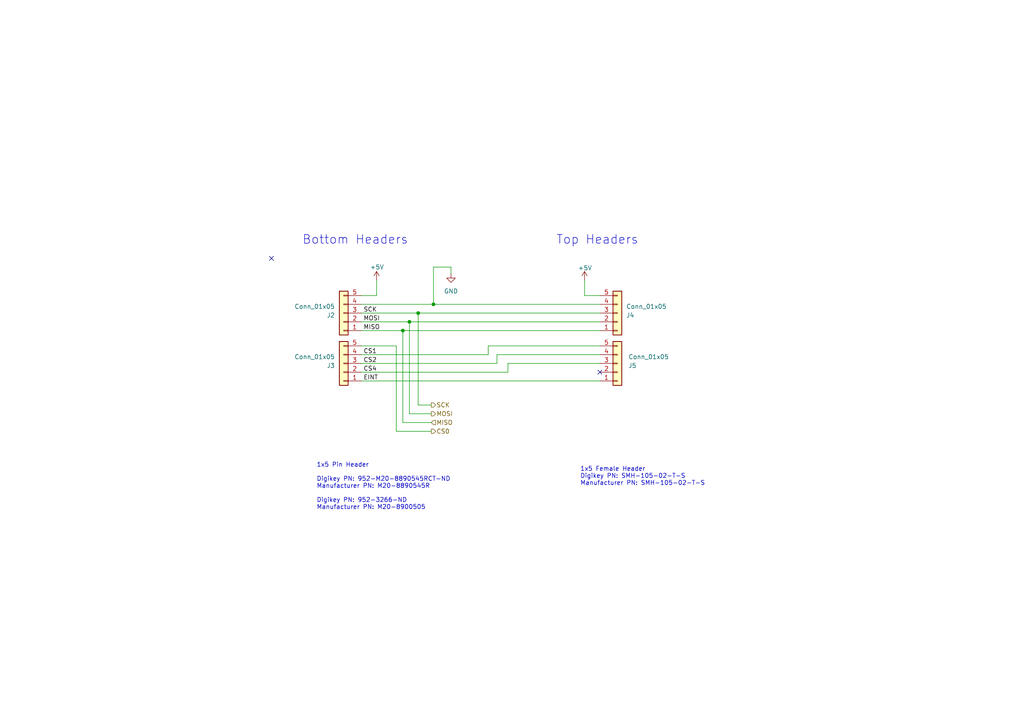
<source format=kicad_sch>
(kicad_sch (version 20250114) (generator "eeschema") (generator_version "9.0")
  (paper "A4")
  (lib_symbols
    (symbol "Connector_Generic:Conn_01x05" (pin_names (offset 1.016) (hide yes))
      (property "Reference" "J" (at 0 7.62 0))
      (property "Value" "Conn_01x05" (at 0 -7.62 0))
      (symbol "Conn_01x05_1_1"
        (rectangle (start -1.27 6.35) (end 1.27 -6.35) (stroke (width 0.254)) (fill (type background)))
        (rectangle (start -1.27 5.207) (end 0 4.953) (stroke (width 0.1524)))
        (rectangle (start -1.27 2.667) (end 0 2.413) (stroke (width 0.1524)))
        (rectangle (start -1.27 0.127) (end 0 -0.127) (stroke (width 0.1524)))
        (rectangle (start -1.27 -2.413) (end 0 -2.667) (stroke (width 0.1524)))
        (rectangle (start -1.27 -4.953) (end 0 -5.207) (stroke (width 0.1524)))
        (pin passive line (at -5.08 5.08 0) (length 3.81) (name "Pin_1") (number "1"))
        (pin passive line (at -5.08 2.54 0) (length 3.81) (name "Pin_2") (number "2"))
        (pin passive line (at -5.08 0 0) (length 3.81) (name "Pin_3") (number "3"))
        (pin passive line (at -5.08 -2.54 0) (length 3.81) (name "Pin_4") (number "4"))
        (pin passive line (at -5.08 -5.08 0) (length 3.81) (name "Pin_5") (number "5"))
      )
    )
    (symbol "power:+5V" (power) (pin_names (offset 0))
      (property "Value" "+5V" (at 0 3.556 0))
      (symbol "+5V_0_1"
        (polyline (pts (xy -0.762 1.27) (xy 0 2.54)))
        (polyline (pts (xy 0 2.54) (xy 0.762 1.27)))
        (polyline (pts (xy 0 0) (xy 0 2.54)))
      )
      (symbol "+5V_1_1"
        (pin power_in line (at 0 0 90) (length 0) (hide yes) (name "+5V") (number "1"))
      )
    )
    (symbol "power:GND" (power) (pin_names (offset 0))
      (property "Value" "GND" (at 0 -3.81 0))
      (symbol "GND_0_1"
        (polyline (pts (xy 0 0) (xy 0 -1.27) (xy 1.27 -1.27) (xy 0 -2.54) (xy -1.27 -1.27) (xy 0 -1.27)))
      )
      (symbol "GND_1_1"
        (pin power_in line (at 0 0 270) (length 0) (hide yes) (name "GND") (number "1"))
      )
    )
  )
  (text "1x5 Pin Header\n\nDigikey PN: 952-M20-8890545RCT-ND\nManufacturer PN: M20-8890545R\n\nDigikey PN: 952-3266-ND\nManufacturer PN: M20-8900505" (at 91.821 147.955 0) (effects (font (size 1.27 1.27)) (justify left bottom)))
  (text "Top Headers" (at 161.29 71.12 0) (effects (font (size 2.54 2.54)) (justify left bottom)))
  (text "1x5 Female Header\nDigikey PN: SMH-105-02-T-S\nManufacturer PN: SMH-105-02-T-S" (at 168.275 140.97 0) (effects (font (size 1.27 1.27)) (justify left bottom)))
  (text "Bottom Headers" (at 87.63 71.12 0) (effects (font (size 2.54 2.54)) (justify left bottom)))
  (junction (at 116.84 95.885))
  (junction (at 121.285 90.805))
  (junction (at 125.73 88.265))
  (junction (at 118.745 93.345))
  (no_connect (at 78.74 74.93))
  (no_connect (at 173.99 107.95))
  (wire (pts (xy 114.935 100.33) (xy 104.775 100.33)))
  (wire (pts (xy 125.095 125.095) (xy 114.935 125.095)))
  (wire (pts (xy 104.775 110.49) (xy 173.99 110.49)))
  (wire (pts (xy 121.285 90.805) (xy 121.285 117.475)))
  (wire (pts (xy 125.73 77.47) (xy 130.81 77.47)))
  (wire (pts (xy 125.73 88.265) (xy 125.73 77.47)))
  (wire (pts (xy 173.99 85.725) (xy 169.545 85.725)))
  (wire (pts (xy 141.605 102.87) (xy 141.605 100.33)))
  (wire (pts (xy 116.84 95.885) (xy 116.84 122.555)))
  (wire (pts (xy 116.84 95.885) (xy 173.99 95.885)))
  (wire (pts (xy 144.145 102.87) (xy 173.99 102.87)))
  (wire (pts (xy 121.285 90.805) (xy 173.99 90.805)))
  (wire (pts (xy 118.745 120.015) (xy 125.095 120.015)))
  (wire (pts (xy 125.73 88.265) (xy 173.99 88.265)))
  (wire (pts (xy 104.775 90.805) (xy 121.285 90.805)))
  (wire (pts (xy 104.775 85.725) (xy 109.22 85.725)))
  (wire (pts (xy 130.81 77.47) (xy 130.81 79.375)))
  (wire (pts (xy 118.745 93.345) (xy 173.99 93.345)))
  (wire (pts (xy 116.84 122.555) (xy 125.095 122.555)))
  (wire (pts (xy 104.775 93.345) (xy 118.745 93.345)))
  (wire (pts (xy 141.605 100.33) (xy 173.99 100.33)))
  (wire (pts (xy 104.775 105.41) (xy 144.145 105.41)))
  (wire (pts (xy 147.32 107.95) (xy 147.32 105.41)))
  (wire (pts (xy 144.145 105.41) (xy 144.145 102.87)))
  (wire (pts (xy 114.935 125.095) (xy 114.935 100.33)))
  (wire (pts (xy 147.32 105.41) (xy 173.99 105.41)))
  (wire (pts (xy 104.775 107.95) (xy 147.32 107.95)))
  (wire (pts (xy 169.545 81.28) (xy 169.545 85.725)))
  (wire (pts (xy 104.775 88.265) (xy 125.73 88.265)))
  (wire (pts (xy 104.775 102.87) (xy 141.605 102.87)))
  (wire (pts (xy 121.285 117.475) (xy 125.095 117.475)))
  (wire (pts (xy 109.22 81.28) (xy 109.22 85.725)))
  (wire (pts (xy 104.775 95.885) (xy 116.84 95.885)))
  (wire (pts (xy 118.745 93.345) (xy 118.745 120.015)))
  (label "CS1" (at 105.41 102.87 0))
  (label "MOSI" (at 105.41 93.345 0))
  (label "SCK" (at 105.41 90.805 0))
  (label "CS2" (at 105.41 105.41 0))
  (label "EINT" (at 105.41 110.49 0))
  (label "MISO" (at 105.41 95.885 0))
  (label "CS4" (at 105.41 107.95 0))
  (hierarchical_label "CS0" (shape output) (at 125.095 125.095 0))
  (hierarchical_label "MOSI" (shape output) (at 125.095 120.015 0))
  (hierarchical_label "SCK" (shape output) (at 125.095 117.475 0))
  (hierarchical_label "MISO" (shape input) (at 125.095 122.555 0))
  (symbol (lib_id "power:+5V") (at 169.545 81.28 0) (unit 1)
    (property "Reference" "#PWR0116" (effects (hide yes)))
    (property "Value" "+5V" (at 169.672 77.724 0))
  )
  (symbol (lib_id "power:+5V") (at 109.22 81.28 0) (mirror y) (unit 1)
    (property "Reference" "#PWR0114" (effects (hide yes)))
    (property "Value" "+5V" (at 109.347 77.47 0))
  )
  (symbol (lib_id "power:GND") (at 130.81 79.375 0) (unit 1)
    (property "Reference" "#PWR0115" (effects (hide yes)))
    (property "Value" "GND" (at 130.81 84.455 0))
  )
  (symbol (lib_id "Connector_Generic:Conn_01x05") (at 179.07 105.41 0) (mirror x) (unit 1)
    (property "Reference" "J5" (at 182.245 106.045 0) (effects (justify left)))
    (property "Value" "Conn_01x05" (at 182.245 103.505 0) (effects (justify left)))
    (property "Footprint" "panel_custom:ConnRcpt_1x5_SMH-105-02-X-S" (effects (hide yes)))
  )
  (symbol (lib_id "Connector_Generic:Conn_01x05") (at 99.695 90.805 180) (unit 1)
    (property "Reference" "J2" (at 97.155 91.44 0) (effects (justify left)))
    (property "Value" "Conn_01x05" (at 97.155 88.9 0) (effects (justify left)))
    (property "Footprint" "panel_custom:PinHeader_1x5_M20-8890545R" (effects (hide yes)))
  )
  (symbol (lib_id "Connector_Generic:Conn_01x05") (at 179.07 90.805 0) (mirror x) (unit 1)
    (property "Reference" "J4" (at 181.61 91.44 0) (effects (justify left)))
    (property "Value" "Conn_01x05" (at 181.61 88.9 0) (effects (justify left)))
    (property "Footprint" "panel_custom:ConnRcpt_1x5_SMH-105-02-X-S" (effects (hide yes)))
  )
  (symbol (lib_id "Connector_Generic:Conn_01x05") (at 99.695 105.41 180) (unit 1)
    (property "Reference" "J3" (at 97.155 106.045 0) (effects (justify left)))
    (property "Value" "Conn_01x05" (at 97.155 103.505 0) (effects (justify left)))
    (property "Footprint" "panel_custom:PinHeader_1x5_M20-8890545R" (effects (hide yes)))
  )
)
</source>
